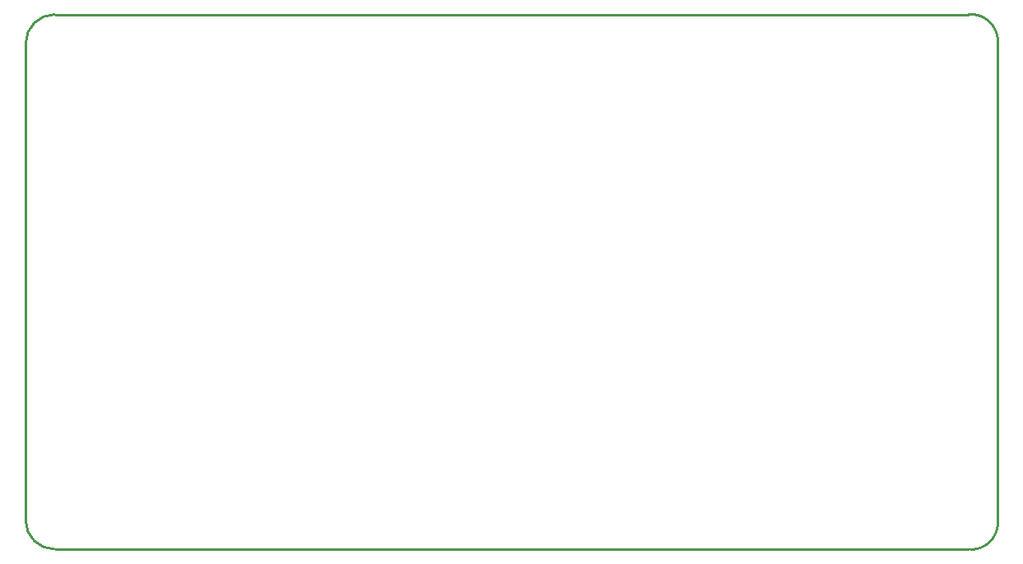
<source format=gko>
G04*
G04 #@! TF.GenerationSoftware,Altium Limited,Altium Designer,21.0.8 (223)*
G04*
G04 Layer_Color=16711935*
%FSLAX24Y24*%
%MOIN*%
G70*
G04*
G04 #@! TF.SameCoordinates,F666B87A-DE90-4157-A89C-B26E4A6581EA*
G04*
G04*
G04 #@! TF.FilePolarity,Positive*
G04*
G01*
G75*
%ADD10C,0.0100*%
D10*
X39370Y20472D02*
G03*
X38189Y21654I-1077J104D01*
G01*
Y0D02*
G03*
X39370Y1181I112J1069D01*
G01*
X0D02*
G03*
X1181Y0I1181J0D01*
G01*
Y21654D02*
G03*
X0Y20472I0J-1181D01*
G01*
X1181Y21654D02*
X38189D01*
X39370Y1181D02*
Y20472D01*
X1181Y0D02*
X38189D01*
X0Y1181D02*
Y20472D01*
M02*

</source>
